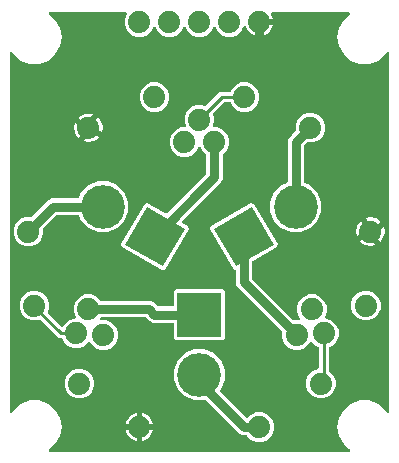
<source format=gbr>
G04 EAGLE Gerber RS-274X export*
G75*
%MOMM*%
%FSLAX34Y34*%
%LPD*%
%INTop Copper*%
%IPPOS*%
%AMOC8*
5,1,8,0,0,1.08239X$1,22.5*%
G01*
%ADD10C,3.700000*%
%ADD11R,3.700000X3.700000*%
%ADD12R,3.700000X3.700000*%
%ADD13C,1.879600*%
%ADD14C,0.762000*%
%ADD15C,0.254000*%

G36*
X126202Y-160777D02*
X126202Y-160777D01*
X126237Y-160779D01*
X126359Y-160757D01*
X126482Y-160741D01*
X126515Y-160728D01*
X126550Y-160722D01*
X126663Y-160670D01*
X126778Y-160624D01*
X126806Y-160604D01*
X126839Y-160589D01*
X126935Y-160510D01*
X127035Y-160438D01*
X127058Y-160410D01*
X127085Y-160388D01*
X127159Y-160288D01*
X127238Y-160193D01*
X127253Y-160161D01*
X127274Y-160132D01*
X127321Y-160017D01*
X127374Y-159905D01*
X127380Y-159870D01*
X127393Y-159837D01*
X127410Y-159714D01*
X127433Y-159593D01*
X127431Y-159557D01*
X127436Y-159522D01*
X127421Y-159399D01*
X127414Y-159275D01*
X127403Y-159241D01*
X127398Y-159206D01*
X127354Y-159091D01*
X127316Y-158973D01*
X127297Y-158943D01*
X127284Y-158910D01*
X127212Y-158809D01*
X127145Y-158704D01*
X127120Y-158680D01*
X127099Y-158651D01*
X126982Y-158540D01*
X122115Y-154456D01*
X118129Y-147551D01*
X116745Y-139700D01*
X118129Y-131849D01*
X122115Y-124945D01*
X128222Y-119820D01*
X135714Y-117093D01*
X143686Y-117093D01*
X151178Y-119820D01*
X157285Y-124944D01*
X158413Y-126898D01*
X158501Y-127014D01*
X158586Y-127132D01*
X158597Y-127141D01*
X158605Y-127151D01*
X158719Y-127242D01*
X158831Y-127335D01*
X158844Y-127341D01*
X158854Y-127349D01*
X158988Y-127409D01*
X159119Y-127470D01*
X159132Y-127473D01*
X159145Y-127478D01*
X159289Y-127503D01*
X159432Y-127530D01*
X159445Y-127529D01*
X159458Y-127532D01*
X159604Y-127519D01*
X159749Y-127510D01*
X159762Y-127506D01*
X159775Y-127505D01*
X159913Y-127457D01*
X160051Y-127412D01*
X160063Y-127405D01*
X160076Y-127401D01*
X160197Y-127320D01*
X160320Y-127242D01*
X160329Y-127232D01*
X160341Y-127225D01*
X160438Y-127117D01*
X160538Y-127011D01*
X160545Y-126999D01*
X160554Y-126989D01*
X160621Y-126860D01*
X160692Y-126732D01*
X160695Y-126719D01*
X160701Y-126707D01*
X160735Y-126565D01*
X160771Y-126424D01*
X160772Y-126406D01*
X160774Y-126398D01*
X160774Y-126380D01*
X160781Y-126263D01*
X160781Y177063D01*
X160763Y177208D01*
X160748Y177353D01*
X160743Y177366D01*
X160741Y177379D01*
X160688Y177514D01*
X160637Y177651D01*
X160629Y177662D01*
X160624Y177675D01*
X160539Y177792D01*
X160456Y177912D01*
X160445Y177921D01*
X160438Y177932D01*
X160326Y178025D01*
X160215Y178120D01*
X160203Y178126D01*
X160193Y178135D01*
X160061Y178197D01*
X159930Y178262D01*
X159917Y178265D01*
X159905Y178270D01*
X159763Y178298D01*
X159619Y178328D01*
X159606Y178328D01*
X159593Y178330D01*
X159448Y178321D01*
X159302Y178315D01*
X159288Y178311D01*
X159275Y178310D01*
X159137Y178266D01*
X158997Y178224D01*
X158985Y178217D01*
X158973Y178212D01*
X158850Y178135D01*
X158725Y178059D01*
X158715Y178049D01*
X158704Y178042D01*
X158604Y177936D01*
X158502Y177832D01*
X158492Y177817D01*
X158486Y177811D01*
X158478Y177796D01*
X158413Y177698D01*
X157285Y175745D01*
X151178Y170620D01*
X143686Y167893D01*
X135714Y167893D01*
X128222Y170620D01*
X122115Y175744D01*
X118129Y182649D01*
X116745Y190500D01*
X118129Y198351D01*
X122115Y205255D01*
X126982Y209340D01*
X127006Y209366D01*
X127035Y209386D01*
X127114Y209482D01*
X127199Y209573D01*
X127215Y209604D01*
X127238Y209631D01*
X127291Y209744D01*
X127350Y209853D01*
X127358Y209887D01*
X127374Y209919D01*
X127397Y210041D01*
X127427Y210161D01*
X127427Y210197D01*
X127433Y210232D01*
X127426Y210355D01*
X127425Y210479D01*
X127416Y210514D01*
X127414Y210549D01*
X127375Y210667D01*
X127344Y210787D01*
X127326Y210818D01*
X127316Y210851D01*
X127249Y210956D01*
X127189Y211065D01*
X127164Y211090D01*
X127145Y211120D01*
X127055Y211205D01*
X126970Y211295D01*
X126940Y211314D01*
X126914Y211338D01*
X126805Y211398D01*
X126700Y211464D01*
X126666Y211475D01*
X126635Y211492D01*
X126515Y211523D01*
X126397Y211560D01*
X126362Y211562D01*
X126327Y211571D01*
X126167Y211581D01*
X61959Y211581D01*
X61919Y211576D01*
X61879Y211579D01*
X61762Y211556D01*
X61643Y211541D01*
X61606Y211527D01*
X61567Y211519D01*
X61459Y211468D01*
X61348Y211424D01*
X61315Y211401D01*
X61279Y211384D01*
X61187Y211308D01*
X61090Y211238D01*
X61065Y211207D01*
X61034Y211181D01*
X60964Y211085D01*
X60887Y210993D01*
X60870Y210956D01*
X60847Y210924D01*
X60803Y210813D01*
X60752Y210705D01*
X60744Y210666D01*
X60730Y210629D01*
X60715Y210510D01*
X60692Y210393D01*
X60695Y210353D01*
X60690Y210313D01*
X60704Y210194D01*
X60712Y210075D01*
X60724Y210037D01*
X60729Y209998D01*
X60773Y209886D01*
X60810Y209773D01*
X60831Y209739D01*
X60846Y209702D01*
X60932Y209566D01*
X61011Y209457D01*
X61864Y207783D01*
X62445Y205996D01*
X62485Y205739D01*
X52070Y205739D01*
X51952Y205724D01*
X51833Y205717D01*
X51795Y205704D01*
X51755Y205699D01*
X51644Y205656D01*
X51531Y205619D01*
X51497Y205597D01*
X51459Y205582D01*
X51363Y205512D01*
X51262Y205449D01*
X51234Y205419D01*
X51202Y205395D01*
X51126Y205304D01*
X51044Y205217D01*
X51025Y205182D01*
X50999Y205151D01*
X50948Y205043D01*
X50891Y204939D01*
X50880Y204899D01*
X50863Y204863D01*
X50841Y204746D01*
X50811Y204631D01*
X50807Y204570D01*
X50803Y204550D01*
X50805Y204530D01*
X50801Y204470D01*
X50801Y203199D01*
X49530Y203199D01*
X49412Y203184D01*
X49293Y203177D01*
X49255Y203164D01*
X49214Y203159D01*
X49104Y203115D01*
X48991Y203079D01*
X48956Y203057D01*
X48919Y203042D01*
X48823Y202972D01*
X48722Y202909D01*
X48694Y202879D01*
X48661Y202855D01*
X48586Y202764D01*
X48504Y202677D01*
X48484Y202642D01*
X48459Y202610D01*
X48408Y202503D01*
X48350Y202398D01*
X48340Y202359D01*
X48323Y202323D01*
X48301Y202206D01*
X48271Y202091D01*
X48267Y202030D01*
X48263Y202010D01*
X48265Y201990D01*
X48261Y201930D01*
X48261Y191515D01*
X48004Y191555D01*
X46217Y192136D01*
X44543Y192989D01*
X43022Y194094D01*
X41694Y195422D01*
X40589Y196943D01*
X39736Y198617D01*
X39585Y199082D01*
X39572Y199109D01*
X39565Y199138D01*
X39505Y199252D01*
X39450Y199370D01*
X39431Y199393D01*
X39417Y199419D01*
X39330Y199515D01*
X39247Y199615D01*
X39223Y199632D01*
X39203Y199654D01*
X39094Y199726D01*
X38990Y199802D01*
X38962Y199813D01*
X38937Y199829D01*
X38814Y199871D01*
X38694Y199919D01*
X38664Y199923D01*
X38636Y199932D01*
X38507Y199943D01*
X38379Y199959D01*
X38349Y199955D01*
X38319Y199958D01*
X38191Y199935D01*
X38063Y199919D01*
X38035Y199908D01*
X38006Y199903D01*
X37888Y199850D01*
X37767Y199802D01*
X37743Y199785D01*
X37716Y199773D01*
X37615Y199692D01*
X37510Y199616D01*
X37491Y199593D01*
X37467Y199574D01*
X37389Y199470D01*
X37307Y199371D01*
X37294Y199344D01*
X37276Y199320D01*
X37205Y199175D01*
X35952Y196150D01*
X32450Y192648D01*
X27876Y190753D01*
X22924Y190753D01*
X18350Y192648D01*
X14848Y196150D01*
X13873Y198505D01*
X13804Y198625D01*
X13739Y198748D01*
X13725Y198763D01*
X13715Y198781D01*
X13618Y198881D01*
X13525Y198984D01*
X13508Y198995D01*
X13494Y199009D01*
X13375Y199082D01*
X13259Y199158D01*
X13240Y199165D01*
X13223Y199176D01*
X13090Y199216D01*
X12958Y199262D01*
X12938Y199263D01*
X12919Y199269D01*
X12780Y199276D01*
X12641Y199287D01*
X12621Y199283D01*
X12601Y199284D01*
X12465Y199256D01*
X12328Y199232D01*
X12309Y199224D01*
X12290Y199220D01*
X12164Y199159D01*
X12038Y199102D01*
X12022Y199089D01*
X12004Y199080D01*
X11898Y198990D01*
X11790Y198903D01*
X11777Y198887D01*
X11762Y198874D01*
X11682Y198760D01*
X11598Y198649D01*
X11586Y198624D01*
X11579Y198614D01*
X11572Y198595D01*
X11527Y198505D01*
X10552Y196150D01*
X7050Y192648D01*
X2476Y190753D01*
X-2476Y190753D01*
X-7050Y192648D01*
X-10552Y196150D01*
X-11527Y198505D01*
X-11596Y198625D01*
X-11661Y198748D01*
X-11675Y198763D01*
X-11685Y198781D01*
X-11782Y198881D01*
X-11875Y198984D01*
X-11892Y198995D01*
X-11906Y199009D01*
X-12025Y199082D01*
X-12141Y199158D01*
X-12160Y199165D01*
X-12177Y199176D01*
X-12310Y199216D01*
X-12442Y199262D01*
X-12462Y199263D01*
X-12481Y199269D01*
X-12620Y199276D01*
X-12759Y199287D01*
X-12779Y199283D01*
X-12799Y199284D01*
X-12935Y199256D01*
X-13072Y199232D01*
X-13091Y199224D01*
X-13110Y199220D01*
X-13236Y199159D01*
X-13362Y199102D01*
X-13378Y199089D01*
X-13396Y199080D01*
X-13502Y198990D01*
X-13610Y198903D01*
X-13623Y198887D01*
X-13638Y198874D01*
X-13718Y198760D01*
X-13802Y198649D01*
X-13814Y198624D01*
X-13821Y198614D01*
X-13828Y198595D01*
X-13873Y198505D01*
X-14848Y196150D01*
X-18350Y192648D01*
X-22924Y190753D01*
X-27876Y190753D01*
X-32450Y192648D01*
X-35952Y196150D01*
X-36927Y198505D01*
X-36996Y198625D01*
X-37061Y198748D01*
X-37075Y198763D01*
X-37085Y198781D01*
X-37182Y198881D01*
X-37275Y198984D01*
X-37292Y198995D01*
X-37306Y199009D01*
X-37425Y199082D01*
X-37541Y199158D01*
X-37560Y199165D01*
X-37577Y199176D01*
X-37710Y199216D01*
X-37842Y199262D01*
X-37862Y199263D01*
X-37881Y199269D01*
X-38020Y199276D01*
X-38159Y199287D01*
X-38179Y199283D01*
X-38199Y199284D01*
X-38335Y199256D01*
X-38472Y199232D01*
X-38491Y199224D01*
X-38510Y199220D01*
X-38636Y199159D01*
X-38762Y199102D01*
X-38778Y199089D01*
X-38796Y199080D01*
X-38902Y198990D01*
X-39010Y198903D01*
X-39023Y198887D01*
X-39038Y198874D01*
X-39118Y198760D01*
X-39202Y198649D01*
X-39214Y198624D01*
X-39221Y198614D01*
X-39228Y198595D01*
X-39273Y198505D01*
X-40248Y196150D01*
X-43750Y192648D01*
X-48324Y190753D01*
X-53276Y190753D01*
X-57850Y192648D01*
X-61352Y196150D01*
X-63247Y200724D01*
X-63247Y205676D01*
X-61528Y209826D01*
X-61514Y209874D01*
X-61493Y209919D01*
X-61473Y210027D01*
X-61444Y210133D01*
X-61443Y210183D01*
X-61433Y210232D01*
X-61440Y210341D01*
X-61439Y210451D01*
X-61450Y210499D01*
X-61453Y210549D01*
X-61487Y210653D01*
X-61513Y210760D01*
X-61536Y210804D01*
X-61551Y210851D01*
X-61610Y210944D01*
X-61661Y211041D01*
X-61695Y211078D01*
X-61721Y211120D01*
X-61802Y211195D01*
X-61875Y211277D01*
X-61917Y211304D01*
X-61953Y211338D01*
X-62049Y211391D01*
X-62141Y211451D01*
X-62188Y211468D01*
X-62232Y211492D01*
X-62338Y211519D01*
X-62442Y211555D01*
X-62491Y211559D01*
X-62539Y211571D01*
X-62700Y211581D01*
X-126167Y211581D01*
X-126202Y211577D01*
X-126237Y211579D01*
X-126359Y211557D01*
X-126482Y211541D01*
X-126515Y211528D01*
X-126550Y211522D01*
X-126663Y211470D01*
X-126778Y211424D01*
X-126806Y211404D01*
X-126839Y211389D01*
X-126935Y211310D01*
X-127035Y211238D01*
X-127058Y211210D01*
X-127085Y211188D01*
X-127159Y211088D01*
X-127238Y210993D01*
X-127253Y210961D01*
X-127274Y210932D01*
X-127321Y210817D01*
X-127374Y210705D01*
X-127380Y210670D01*
X-127393Y210637D01*
X-127410Y210514D01*
X-127433Y210393D01*
X-127431Y210357D01*
X-127436Y210322D01*
X-127421Y210199D01*
X-127414Y210075D01*
X-127403Y210041D01*
X-127398Y210006D01*
X-127354Y209891D01*
X-127316Y209773D01*
X-127297Y209743D01*
X-127284Y209710D01*
X-127212Y209609D01*
X-127145Y209504D01*
X-127120Y209480D01*
X-127099Y209451D01*
X-126982Y209340D01*
X-122115Y205256D01*
X-118129Y198351D01*
X-116745Y190500D01*
X-118129Y182649D01*
X-122115Y175745D01*
X-128222Y170620D01*
X-135714Y167893D01*
X-143686Y167893D01*
X-151178Y170620D01*
X-157285Y175744D01*
X-158413Y177698D01*
X-158501Y177814D01*
X-158586Y177932D01*
X-158597Y177941D01*
X-158605Y177951D01*
X-158719Y178042D01*
X-158831Y178135D01*
X-158844Y178141D01*
X-158854Y178149D01*
X-158988Y178209D01*
X-159119Y178270D01*
X-159132Y178273D01*
X-159145Y178278D01*
X-159289Y178303D01*
X-159432Y178330D01*
X-159445Y178329D01*
X-159458Y178332D01*
X-159604Y178319D01*
X-159749Y178310D01*
X-159762Y178306D01*
X-159775Y178305D01*
X-159913Y178257D01*
X-160051Y178212D01*
X-160063Y178205D01*
X-160076Y178201D01*
X-160197Y178120D01*
X-160320Y178042D01*
X-160329Y178032D01*
X-160341Y178025D01*
X-160438Y177917D01*
X-160538Y177811D01*
X-160545Y177799D01*
X-160554Y177789D01*
X-160621Y177660D01*
X-160692Y177532D01*
X-160695Y177519D01*
X-160701Y177507D01*
X-160735Y177365D01*
X-160771Y177224D01*
X-160772Y177206D01*
X-160774Y177198D01*
X-160774Y177180D01*
X-160781Y177063D01*
X-160781Y-126263D01*
X-160763Y-126408D01*
X-160748Y-126553D01*
X-160743Y-126566D01*
X-160741Y-126579D01*
X-160688Y-126714D01*
X-160637Y-126851D01*
X-160629Y-126862D01*
X-160624Y-126875D01*
X-160539Y-126992D01*
X-160456Y-127112D01*
X-160445Y-127121D01*
X-160438Y-127132D01*
X-160325Y-127225D01*
X-160215Y-127320D01*
X-160203Y-127326D01*
X-160193Y-127335D01*
X-160061Y-127397D01*
X-159930Y-127462D01*
X-159917Y-127465D01*
X-159905Y-127470D01*
X-159763Y-127498D01*
X-159619Y-127528D01*
X-159606Y-127528D01*
X-159593Y-127530D01*
X-159448Y-127521D01*
X-159302Y-127515D01*
X-159288Y-127511D01*
X-159275Y-127510D01*
X-159137Y-127466D01*
X-158997Y-127424D01*
X-158985Y-127417D01*
X-158973Y-127412D01*
X-158850Y-127335D01*
X-158725Y-127259D01*
X-158715Y-127249D01*
X-158704Y-127242D01*
X-158604Y-127136D01*
X-158502Y-127032D01*
X-158492Y-127017D01*
X-158486Y-127011D01*
X-158478Y-126996D01*
X-158413Y-126898D01*
X-157285Y-124945D01*
X-151178Y-119820D01*
X-143686Y-117093D01*
X-135714Y-117093D01*
X-128222Y-119820D01*
X-122115Y-124944D01*
X-118129Y-131849D01*
X-116745Y-139700D01*
X-118129Y-147551D01*
X-122115Y-154455D01*
X-126982Y-158540D01*
X-127006Y-158566D01*
X-127035Y-158586D01*
X-127114Y-158682D01*
X-127199Y-158773D01*
X-127215Y-158804D01*
X-127238Y-158831D01*
X-127291Y-158944D01*
X-127350Y-159053D01*
X-127358Y-159087D01*
X-127374Y-159119D01*
X-127397Y-159241D01*
X-127427Y-159361D01*
X-127427Y-159397D01*
X-127433Y-159432D01*
X-127426Y-159555D01*
X-127425Y-159679D01*
X-127416Y-159714D01*
X-127414Y-159749D01*
X-127375Y-159867D01*
X-127344Y-159987D01*
X-127326Y-160018D01*
X-127316Y-160051D01*
X-127249Y-160156D01*
X-127189Y-160265D01*
X-127164Y-160290D01*
X-127145Y-160320D01*
X-127055Y-160405D01*
X-126970Y-160495D01*
X-126940Y-160514D01*
X-126914Y-160538D01*
X-126805Y-160598D01*
X-126700Y-160664D01*
X-126666Y-160675D01*
X-126635Y-160692D01*
X-126515Y-160723D01*
X-126397Y-160760D01*
X-126362Y-160762D01*
X-126327Y-160771D01*
X-126167Y-160781D01*
X126167Y-160781D01*
X126202Y-160777D01*
G37*
%LPC*%
G36*
X-65582Y12810D02*
X-65582Y12810D01*
X-66236Y15249D01*
X-46473Y49479D01*
X-44034Y50133D01*
X-28911Y41402D01*
X-28807Y41358D01*
X-28707Y41307D01*
X-28661Y41297D01*
X-28618Y41279D01*
X-28506Y41262D01*
X-28397Y41238D01*
X-28350Y41239D01*
X-28303Y41232D01*
X-28191Y41244D01*
X-28079Y41247D01*
X-28034Y41261D01*
X-27987Y41265D01*
X-27882Y41305D01*
X-27774Y41336D01*
X-27733Y41360D01*
X-27689Y41376D01*
X-27596Y41440D01*
X-27500Y41497D01*
X-27445Y41545D01*
X-27428Y41558D01*
X-27416Y41571D01*
X-27379Y41604D01*
X5470Y74452D01*
X5530Y74530D01*
X5598Y74603D01*
X5627Y74656D01*
X5664Y74703D01*
X5704Y74794D01*
X5752Y74881D01*
X5767Y74940D01*
X5791Y74995D01*
X5806Y75093D01*
X5831Y75189D01*
X5837Y75289D01*
X5841Y75309D01*
X5839Y75322D01*
X5841Y75350D01*
X5841Y90331D01*
X5829Y90429D01*
X5826Y90528D01*
X5809Y90586D01*
X5801Y90646D01*
X5765Y90738D01*
X5737Y90833D01*
X5707Y90886D01*
X5684Y90942D01*
X5626Y91022D01*
X5576Y91107D01*
X5510Y91183D01*
X5498Y91199D01*
X5488Y91207D01*
X5470Y91228D01*
X2148Y94549D01*
X1173Y96905D01*
X1104Y97026D01*
X1039Y97148D01*
X1025Y97163D01*
X1015Y97181D01*
X918Y97281D01*
X825Y97384D01*
X808Y97395D01*
X794Y97409D01*
X675Y97482D01*
X559Y97558D01*
X540Y97565D01*
X523Y97576D01*
X390Y97617D01*
X258Y97662D01*
X238Y97663D01*
X219Y97669D01*
X79Y97676D01*
X-59Y97687D01*
X-79Y97683D01*
X-99Y97684D01*
X-236Y97656D01*
X-372Y97632D01*
X-391Y97624D01*
X-410Y97620D01*
X-535Y97559D01*
X-662Y97502D01*
X-678Y97489D01*
X-696Y97480D01*
X-801Y97390D01*
X-910Y97303D01*
X-923Y97287D01*
X-938Y97274D01*
X-1018Y97160D01*
X-1102Y97049D01*
X-1114Y97024D01*
X-1121Y97014D01*
X-1128Y96995D01*
X-1173Y96905D01*
X-2148Y94549D01*
X-5650Y91048D01*
X-10224Y89153D01*
X-15176Y89153D01*
X-19750Y91048D01*
X-23252Y94550D01*
X-25147Y99124D01*
X-25147Y104076D01*
X-23252Y108650D01*
X-19750Y112152D01*
X-15176Y114047D01*
X-12637Y114047D01*
X-12587Y114053D01*
X-12538Y114051D01*
X-12430Y114073D01*
X-12321Y114087D01*
X-12275Y114105D01*
X-12226Y114115D01*
X-12128Y114163D01*
X-12025Y114204D01*
X-11985Y114233D01*
X-11941Y114255D01*
X-11857Y114326D01*
X-11768Y114390D01*
X-11736Y114429D01*
X-11699Y114461D01*
X-11635Y114551D01*
X-11565Y114635D01*
X-11544Y114680D01*
X-11515Y114721D01*
X-11477Y114824D01*
X-11430Y114923D01*
X-11420Y114972D01*
X-11403Y115018D01*
X-11391Y115128D01*
X-11370Y115235D01*
X-11373Y115285D01*
X-11368Y115334D01*
X-11383Y115443D01*
X-11390Y115553D01*
X-11405Y115600D01*
X-11412Y115649D01*
X-11464Y115802D01*
X-12447Y118174D01*
X-12447Y123126D01*
X-10552Y127700D01*
X-7050Y131202D01*
X-2476Y133097D01*
X2476Y133097D01*
X4424Y132290D01*
X4453Y132282D01*
X4479Y132269D01*
X4605Y132240D01*
X4731Y132206D01*
X4760Y132205D01*
X4789Y132199D01*
X4919Y132203D01*
X5049Y132201D01*
X5077Y132208D01*
X5107Y132209D01*
X5232Y132245D01*
X5358Y132275D01*
X5384Y132289D01*
X5412Y132297D01*
X5524Y132363D01*
X5639Y132424D01*
X5661Y132444D01*
X5686Y132458D01*
X5807Y132565D01*
X17261Y144019D01*
X25569Y144019D01*
X25598Y144022D01*
X25627Y144020D01*
X25755Y144042D01*
X25884Y144059D01*
X25911Y144069D01*
X25941Y144074D01*
X26059Y144128D01*
X26180Y144176D01*
X26204Y144193D01*
X26231Y144205D01*
X26332Y144286D01*
X26437Y144362D01*
X26456Y144385D01*
X26479Y144404D01*
X26557Y144507D01*
X26640Y144607D01*
X26653Y144634D01*
X26670Y144658D01*
X26741Y144802D01*
X27548Y146750D01*
X31050Y150252D01*
X35624Y152147D01*
X40576Y152147D01*
X45150Y150252D01*
X48652Y146750D01*
X50547Y142176D01*
X50547Y137224D01*
X48652Y132650D01*
X45150Y129148D01*
X40576Y127253D01*
X35624Y127253D01*
X31050Y129148D01*
X27548Y132650D01*
X26741Y134598D01*
X26727Y134623D01*
X26717Y134651D01*
X26648Y134761D01*
X26584Y134874D01*
X26563Y134895D01*
X26547Y134920D01*
X26453Y135009D01*
X26362Y135102D01*
X26337Y135118D01*
X26316Y135138D01*
X26202Y135201D01*
X26091Y135269D01*
X26063Y135277D01*
X26037Y135292D01*
X25911Y135324D01*
X25787Y135362D01*
X25758Y135364D01*
X25729Y135371D01*
X25569Y135381D01*
X21365Y135381D01*
X21266Y135369D01*
X21167Y135366D01*
X21109Y135349D01*
X21049Y135341D01*
X20957Y135305D01*
X20862Y135277D01*
X20810Y135247D01*
X20753Y135224D01*
X20673Y135166D01*
X20588Y135116D01*
X20513Y135050D01*
X20496Y135038D01*
X20488Y135028D01*
X20467Y135010D01*
X11915Y126457D01*
X11897Y126434D01*
X11874Y126415D01*
X11800Y126309D01*
X11720Y126206D01*
X11708Y126179D01*
X11691Y126155D01*
X11645Y126033D01*
X11594Y125914D01*
X11589Y125885D01*
X11578Y125857D01*
X11564Y125728D01*
X11544Y125600D01*
X11547Y125571D01*
X11543Y125541D01*
X11561Y125413D01*
X11574Y125283D01*
X11584Y125256D01*
X11588Y125226D01*
X11640Y125074D01*
X12447Y123126D01*
X12447Y118174D01*
X11464Y115802D01*
X11451Y115754D01*
X11430Y115709D01*
X11409Y115601D01*
X11380Y115495D01*
X11379Y115445D01*
X11370Y115396D01*
X11377Y115287D01*
X11375Y115177D01*
X11387Y115129D01*
X11390Y115079D01*
X11424Y114975D01*
X11449Y114868D01*
X11472Y114824D01*
X11488Y114777D01*
X11547Y114684D01*
X11598Y114587D01*
X11631Y114550D01*
X11658Y114508D01*
X11738Y114433D01*
X11812Y114351D01*
X11853Y114324D01*
X11890Y114290D01*
X11986Y114237D01*
X12078Y114177D01*
X12125Y114160D01*
X12168Y114136D01*
X12274Y114109D01*
X12378Y114073D01*
X12428Y114069D01*
X12476Y114057D01*
X12637Y114047D01*
X15176Y114047D01*
X19750Y112152D01*
X23252Y108650D01*
X25147Y104076D01*
X25147Y99124D01*
X23252Y94550D01*
X19930Y91228D01*
X19870Y91150D01*
X19802Y91078D01*
X19773Y91025D01*
X19736Y90977D01*
X19696Y90886D01*
X19648Y90799D01*
X19633Y90741D01*
X19609Y90685D01*
X19594Y90587D01*
X19569Y90491D01*
X19563Y90391D01*
X19559Y90371D01*
X19561Y90359D01*
X19559Y90331D01*
X19559Y70619D01*
X18515Y68098D01*
X-14599Y34984D01*
X-14676Y34885D01*
X-14758Y34790D01*
X-14773Y34759D01*
X-14794Y34733D01*
X-14844Y34617D01*
X-14900Y34505D01*
X-14907Y34472D01*
X-14920Y34441D01*
X-14940Y34317D01*
X-14966Y34194D01*
X-14965Y34160D01*
X-14970Y34127D01*
X-14959Y34002D01*
X-14953Y33876D01*
X-14944Y33844D01*
X-14940Y33810D01*
X-14898Y33692D01*
X-14862Y33572D01*
X-14844Y33543D01*
X-14833Y33511D01*
X-14762Y33407D01*
X-14697Y33299D01*
X-14673Y33276D01*
X-14654Y33248D01*
X-14560Y33165D01*
X-14470Y33077D01*
X-14430Y33049D01*
X-14416Y33037D01*
X-14397Y33028D01*
X-14336Y32987D01*
X-9803Y30370D01*
X-9150Y27931D01*
X-28913Y-6299D01*
X-31352Y-6953D01*
X-65582Y12810D01*
G37*
%LPD*%
%LPC*%
G36*
X100394Y-115292D02*
X100394Y-115292D01*
X95819Y-113397D01*
X92318Y-109896D01*
X90423Y-105321D01*
X90423Y-100370D01*
X92318Y-95795D01*
X95819Y-92294D01*
X100295Y-90440D01*
X100321Y-90425D01*
X100349Y-90416D01*
X100458Y-90347D01*
X100571Y-90282D01*
X100592Y-90262D01*
X100617Y-90246D01*
X100706Y-90152D01*
X100800Y-90061D01*
X100815Y-90036D01*
X100835Y-90014D01*
X100898Y-89901D01*
X100966Y-89790D01*
X100975Y-89762D01*
X100989Y-89736D01*
X101021Y-89610D01*
X101059Y-89486D01*
X101061Y-89457D01*
X101068Y-89428D01*
X101078Y-89267D01*
X101079Y-72856D01*
X101075Y-72827D01*
X101077Y-72798D01*
X101055Y-72669D01*
X101039Y-72541D01*
X101028Y-72513D01*
X101023Y-72484D01*
X100970Y-72366D01*
X100922Y-72245D01*
X100905Y-72221D01*
X100892Y-72194D01*
X100812Y-72093D01*
X100735Y-71988D01*
X100712Y-71969D01*
X100694Y-71946D01*
X100590Y-71868D01*
X100490Y-71785D01*
X100463Y-71772D01*
X100440Y-71755D01*
X100295Y-71684D01*
X98347Y-70877D01*
X95387Y-67917D01*
X95348Y-67887D01*
X95315Y-67850D01*
X95223Y-67789D01*
X95136Y-67722D01*
X95090Y-67702D01*
X95049Y-67675D01*
X94945Y-67639D01*
X94844Y-67596D01*
X94795Y-67588D01*
X94748Y-67572D01*
X94639Y-67563D01*
X94530Y-67546D01*
X94481Y-67551D01*
X94431Y-67547D01*
X94323Y-67565D01*
X94214Y-67576D01*
X94167Y-67592D01*
X94118Y-67601D01*
X94018Y-67646D01*
X93914Y-67683D01*
X93873Y-67711D01*
X93828Y-67732D01*
X93742Y-67800D01*
X93651Y-67862D01*
X93618Y-67899D01*
X93579Y-67930D01*
X93513Y-68018D01*
X93441Y-68100D01*
X93418Y-68145D01*
X93388Y-68184D01*
X93317Y-68329D01*
X93102Y-68849D01*
X89600Y-72350D01*
X85026Y-74245D01*
X80074Y-74245D01*
X75500Y-72350D01*
X71998Y-68849D01*
X70103Y-64274D01*
X70103Y-59577D01*
X70091Y-59479D01*
X70088Y-59380D01*
X70071Y-59322D01*
X70063Y-59262D01*
X70027Y-59170D01*
X69999Y-59075D01*
X69969Y-59022D01*
X69946Y-58966D01*
X69888Y-58886D01*
X69838Y-58801D01*
X69772Y-58725D01*
X69760Y-58709D01*
X69750Y-58701D01*
X69732Y-58680D01*
X31878Y-20827D01*
X30834Y-18306D01*
X30834Y-7788D01*
X30820Y-7677D01*
X30814Y-7565D01*
X30800Y-7520D01*
X30794Y-7473D01*
X30753Y-7368D01*
X30719Y-7261D01*
X30695Y-7221D01*
X30677Y-7177D01*
X30611Y-7086D01*
X30552Y-6991D01*
X30518Y-6958D01*
X30490Y-6920D01*
X30404Y-6848D01*
X30323Y-6770D01*
X30282Y-6747D01*
X30246Y-6717D01*
X30144Y-6669D01*
X30046Y-6614D01*
X29977Y-6591D01*
X29958Y-6581D01*
X29940Y-6578D01*
X29893Y-6562D01*
X28913Y-6299D01*
X9150Y27931D01*
X9803Y30370D01*
X44034Y50133D01*
X46473Y49479D01*
X66236Y15249D01*
X65582Y12810D01*
X45186Y1034D01*
X45102Y970D01*
X45013Y914D01*
X44976Y874D01*
X44933Y842D01*
X44867Y759D01*
X44795Y682D01*
X44769Y635D01*
X44735Y593D01*
X44692Y496D01*
X44641Y403D01*
X44628Y351D01*
X44606Y302D01*
X44588Y198D01*
X44562Y95D01*
X44556Y10D01*
X44553Y-12D01*
X44554Y-27D01*
X44552Y-65D01*
X44552Y-13575D01*
X44564Y-13673D01*
X44567Y-13772D01*
X44584Y-13830D01*
X44592Y-13890D01*
X44628Y-13982D01*
X44655Y-14077D01*
X44686Y-14130D01*
X44709Y-14186D01*
X44767Y-14266D01*
X44817Y-14351D01*
X44883Y-14427D01*
X44895Y-14443D01*
X44905Y-14451D01*
X44923Y-14472D01*
X79431Y-48980D01*
X79510Y-49041D01*
X79582Y-49109D01*
X79635Y-49138D01*
X79683Y-49175D01*
X79773Y-49214D01*
X79860Y-49262D01*
X79919Y-49277D01*
X79974Y-49301D01*
X80072Y-49317D01*
X80168Y-49342D01*
X80268Y-49348D01*
X80288Y-49351D01*
X80301Y-49350D01*
X80329Y-49352D01*
X84134Y-49352D01*
X84272Y-49334D01*
X84410Y-49321D01*
X84429Y-49314D01*
X84449Y-49312D01*
X84579Y-49261D01*
X84709Y-49214D01*
X84726Y-49202D01*
X84745Y-49195D01*
X84858Y-49113D01*
X84973Y-49035D01*
X84986Y-49020D01*
X85002Y-49008D01*
X85091Y-48900D01*
X85183Y-48797D01*
X85192Y-48779D01*
X85205Y-48763D01*
X85264Y-48637D01*
X85328Y-48513D01*
X85332Y-48494D01*
X85341Y-48475D01*
X85367Y-48340D01*
X85397Y-48203D01*
X85397Y-48183D01*
X85400Y-48163D01*
X85392Y-48024D01*
X85388Y-47885D01*
X85382Y-47866D01*
X85381Y-47846D01*
X85338Y-47713D01*
X85299Y-47580D01*
X85289Y-47562D01*
X85283Y-47543D01*
X85208Y-47426D01*
X85138Y-47306D01*
X85119Y-47285D01*
X85112Y-47274D01*
X85098Y-47260D01*
X85031Y-47185D01*
X84698Y-46852D01*
X82803Y-42277D01*
X82803Y-37326D01*
X84698Y-32751D01*
X88200Y-29250D01*
X92774Y-27355D01*
X97726Y-27355D01*
X102300Y-29250D01*
X105802Y-32751D01*
X107697Y-37326D01*
X107697Y-42277D01*
X106104Y-46123D01*
X106095Y-46154D01*
X106094Y-46156D01*
X106093Y-46161D01*
X106091Y-46171D01*
X106069Y-46216D01*
X106049Y-46324D01*
X106020Y-46430D01*
X106019Y-46480D01*
X106010Y-46529D01*
X106016Y-46638D01*
X106015Y-46748D01*
X106026Y-46796D01*
X106029Y-46846D01*
X106063Y-46950D01*
X106089Y-47057D01*
X106112Y-47101D01*
X106127Y-47148D01*
X106186Y-47241D01*
X106238Y-47338D01*
X106271Y-47375D01*
X106298Y-47417D01*
X106378Y-47492D01*
X106451Y-47574D01*
X106493Y-47601D01*
X106529Y-47635D01*
X106625Y-47688D01*
X106717Y-47748D01*
X106764Y-47765D01*
X106808Y-47789D01*
X106914Y-47816D01*
X107018Y-47852D01*
X107068Y-47856D01*
X107116Y-47868D01*
X107276Y-47878D01*
X107874Y-47878D01*
X112448Y-49773D01*
X115950Y-53275D01*
X117845Y-57849D01*
X117845Y-62801D01*
X115950Y-67375D01*
X112448Y-70877D01*
X110500Y-71684D01*
X110474Y-71699D01*
X110446Y-71708D01*
X110337Y-71777D01*
X110224Y-71841D01*
X110202Y-71862D01*
X110177Y-71878D01*
X110089Y-71972D01*
X109995Y-72063D01*
X109980Y-72088D01*
X109959Y-72109D01*
X109897Y-72223D01*
X109829Y-72334D01*
X109820Y-72362D01*
X109806Y-72388D01*
X109773Y-72514D01*
X109735Y-72638D01*
X109734Y-72667D01*
X109726Y-72696D01*
X109716Y-72857D01*
X109716Y-91563D01*
X109728Y-91662D01*
X109731Y-91761D01*
X109748Y-91819D01*
X109756Y-91879D01*
X109792Y-91971D01*
X109820Y-92066D01*
X109850Y-92118D01*
X109873Y-92175D01*
X109931Y-92255D01*
X109981Y-92340D01*
X110048Y-92415D01*
X110060Y-92432D01*
X110069Y-92440D01*
X110088Y-92461D01*
X113422Y-95795D01*
X115317Y-100370D01*
X115317Y-105321D01*
X113422Y-109896D01*
X109920Y-113397D01*
X105346Y-115292D01*
X100394Y-115292D01*
G37*
%LPD*%
%LPC*%
G36*
X-83756Y-74245D02*
X-83756Y-74245D01*
X-88330Y-72350D01*
X-91832Y-68849D01*
X-92047Y-68329D01*
X-92072Y-68286D01*
X-92089Y-68239D01*
X-92150Y-68148D01*
X-92205Y-68053D01*
X-92239Y-68017D01*
X-92267Y-67976D01*
X-92350Y-67903D01*
X-92426Y-67824D01*
X-92468Y-67798D01*
X-92506Y-67765D01*
X-92604Y-67715D01*
X-92697Y-67658D01*
X-92745Y-67643D01*
X-92789Y-67621D01*
X-92896Y-67597D01*
X-93001Y-67564D01*
X-93051Y-67562D01*
X-93099Y-67551D01*
X-93209Y-67554D01*
X-93319Y-67549D01*
X-93368Y-67559D01*
X-93417Y-67561D01*
X-93523Y-67591D01*
X-93630Y-67613D01*
X-93675Y-67635D01*
X-93723Y-67649D01*
X-93817Y-67705D01*
X-93916Y-67753D01*
X-93954Y-67785D01*
X-93997Y-67811D01*
X-94117Y-67917D01*
X-97077Y-70877D01*
X-101652Y-72772D01*
X-106604Y-72772D01*
X-111178Y-70877D01*
X-114680Y-67375D01*
X-115487Y-65427D01*
X-115501Y-65402D01*
X-115510Y-65374D01*
X-115580Y-65264D01*
X-115644Y-65151D01*
X-115665Y-65130D01*
X-115680Y-65105D01*
X-115775Y-65016D01*
X-115865Y-64923D01*
X-115891Y-64907D01*
X-115912Y-64887D01*
X-116026Y-64824D01*
X-116137Y-64756D01*
X-116165Y-64748D01*
X-116191Y-64733D01*
X-116316Y-64701D01*
X-116440Y-64663D01*
X-116470Y-64661D01*
X-116499Y-64654D01*
X-116659Y-64644D01*
X-119264Y-64644D01*
X-134773Y-49134D01*
X-134797Y-49116D01*
X-134816Y-49094D01*
X-134922Y-49019D01*
X-135025Y-48939D01*
X-135052Y-48927D01*
X-135076Y-48910D01*
X-135197Y-48864D01*
X-135317Y-48813D01*
X-135346Y-48808D01*
X-135373Y-48798D01*
X-135502Y-48783D01*
X-135631Y-48763D01*
X-135660Y-48766D01*
X-135689Y-48762D01*
X-135818Y-48781D01*
X-135947Y-48793D01*
X-135975Y-48803D01*
X-136004Y-48807D01*
X-136157Y-48859D01*
X-137224Y-49301D01*
X-142176Y-49301D01*
X-146750Y-47406D01*
X-150252Y-43905D01*
X-152147Y-39330D01*
X-152147Y-34379D01*
X-150252Y-29804D01*
X-146750Y-26303D01*
X-142176Y-24408D01*
X-137224Y-24408D01*
X-132650Y-26303D01*
X-129148Y-29804D01*
X-127253Y-34379D01*
X-127253Y-39330D01*
X-128425Y-42159D01*
X-128433Y-42188D01*
X-128446Y-42214D01*
X-128475Y-42341D01*
X-128509Y-42466D01*
X-128509Y-42495D01*
X-128516Y-42524D01*
X-128512Y-42654D01*
X-128514Y-42784D01*
X-128507Y-42813D01*
X-128506Y-42842D01*
X-128470Y-42967D01*
X-128440Y-43093D01*
X-128426Y-43119D01*
X-128418Y-43148D01*
X-128352Y-43259D01*
X-128291Y-43374D01*
X-128271Y-43396D01*
X-128256Y-43422D01*
X-128150Y-43542D01*
X-117118Y-54575D01*
X-117078Y-54605D01*
X-117045Y-54642D01*
X-116953Y-54702D01*
X-116866Y-54770D01*
X-116821Y-54789D01*
X-116779Y-54817D01*
X-116676Y-54852D01*
X-116575Y-54896D01*
X-116526Y-54904D01*
X-116479Y-54920D01*
X-116369Y-54929D01*
X-116261Y-54946D01*
X-116211Y-54941D01*
X-116162Y-54945D01*
X-116054Y-54926D01*
X-115944Y-54916D01*
X-115897Y-54899D01*
X-115848Y-54891D01*
X-115748Y-54846D01*
X-115645Y-54808D01*
X-115603Y-54780D01*
X-115558Y-54760D01*
X-115472Y-54692D01*
X-115381Y-54630D01*
X-115349Y-54593D01*
X-115310Y-54562D01*
X-115244Y-54474D01*
X-115171Y-54391D01*
X-115148Y-54347D01*
X-115119Y-54307D01*
X-115048Y-54163D01*
X-114680Y-53275D01*
X-111178Y-49773D01*
X-106604Y-47878D01*
X-106006Y-47878D01*
X-105957Y-47872D01*
X-105907Y-47874D01*
X-105800Y-47852D01*
X-105691Y-47838D01*
X-105644Y-47820D01*
X-105596Y-47810D01*
X-105497Y-47762D01*
X-105395Y-47721D01*
X-105355Y-47692D01*
X-105310Y-47670D01*
X-105227Y-47599D01*
X-105138Y-47535D01*
X-105106Y-47496D01*
X-105068Y-47464D01*
X-105005Y-47374D01*
X-104935Y-47290D01*
X-104914Y-47245D01*
X-104885Y-47204D01*
X-104846Y-47101D01*
X-104799Y-47002D01*
X-104790Y-46953D01*
X-104772Y-46907D01*
X-104760Y-46797D01*
X-104740Y-46690D01*
X-104743Y-46640D01*
X-104737Y-46591D01*
X-104753Y-46482D01*
X-104759Y-46372D01*
X-104775Y-46325D01*
X-104782Y-46276D01*
X-104834Y-46123D01*
X-106427Y-42277D01*
X-106427Y-37326D01*
X-104532Y-32751D01*
X-101030Y-29250D01*
X-96456Y-27355D01*
X-91504Y-27355D01*
X-86930Y-29250D01*
X-83608Y-32571D01*
X-83530Y-32632D01*
X-83458Y-32700D01*
X-83405Y-32729D01*
X-83357Y-32766D01*
X-83266Y-32805D01*
X-83179Y-32853D01*
X-83121Y-32868D01*
X-83065Y-32892D01*
X-82967Y-32908D01*
X-82871Y-32933D01*
X-82771Y-32939D01*
X-82751Y-32942D01*
X-82739Y-32941D01*
X-82711Y-32943D01*
X-41384Y-32943D01*
X-38863Y-33987D01*
X-35631Y-37220D01*
X-35552Y-37280D01*
X-35480Y-37348D01*
X-35427Y-37377D01*
X-35379Y-37414D01*
X-35289Y-37454D01*
X-35202Y-37502D01*
X-35143Y-37517D01*
X-35088Y-37541D01*
X-34990Y-37556D01*
X-34894Y-37581D01*
X-34794Y-37587D01*
X-34774Y-37591D01*
X-34761Y-37589D01*
X-34733Y-37591D01*
X-22818Y-37591D01*
X-22700Y-37576D01*
X-22581Y-37569D01*
X-22543Y-37556D01*
X-22502Y-37551D01*
X-22392Y-37508D01*
X-22279Y-37471D01*
X-22244Y-37449D01*
X-22207Y-37434D01*
X-22111Y-37365D01*
X-22010Y-37301D01*
X-21982Y-37271D01*
X-21949Y-37248D01*
X-21873Y-37156D01*
X-21792Y-37069D01*
X-21772Y-37034D01*
X-21747Y-37003D01*
X-21696Y-36895D01*
X-21638Y-36791D01*
X-21628Y-36751D01*
X-21611Y-36715D01*
X-21589Y-36598D01*
X-21559Y-36483D01*
X-21555Y-36423D01*
X-21551Y-36403D01*
X-21553Y-36382D01*
X-21549Y-36322D01*
X-21549Y-24687D01*
X-19763Y-22901D01*
X19763Y-22901D01*
X21549Y-24687D01*
X21549Y-64213D01*
X19763Y-65999D01*
X-19763Y-65999D01*
X-21549Y-64213D01*
X-21549Y-52578D01*
X-21564Y-52460D01*
X-21571Y-52341D01*
X-21584Y-52303D01*
X-21589Y-52262D01*
X-21632Y-52152D01*
X-21669Y-52039D01*
X-21691Y-52004D01*
X-21706Y-51967D01*
X-21775Y-51871D01*
X-21839Y-51770D01*
X-21869Y-51742D01*
X-21892Y-51709D01*
X-21984Y-51633D01*
X-22071Y-51552D01*
X-22106Y-51532D01*
X-22137Y-51507D01*
X-22245Y-51456D01*
X-22349Y-51398D01*
X-22389Y-51388D01*
X-22425Y-51371D01*
X-22542Y-51349D01*
X-22657Y-51319D01*
X-22717Y-51315D01*
X-22737Y-51311D01*
X-22758Y-51313D01*
X-22818Y-51309D01*
X-39464Y-51309D01*
X-41985Y-50265D01*
X-45218Y-47032D01*
X-45296Y-46971D01*
X-45368Y-46903D01*
X-45421Y-46874D01*
X-45469Y-46837D01*
X-45560Y-46798D01*
X-45647Y-46750D01*
X-45705Y-46735D01*
X-45761Y-46711D01*
X-45859Y-46695D01*
X-45955Y-46670D01*
X-46055Y-46664D01*
X-46075Y-46661D01*
X-46087Y-46662D01*
X-46115Y-46660D01*
X-82711Y-46660D01*
X-82809Y-46673D01*
X-82908Y-46676D01*
X-82966Y-46692D01*
X-83026Y-46700D01*
X-83118Y-46736D01*
X-83213Y-46764D01*
X-83266Y-46795D01*
X-83322Y-46817D01*
X-83402Y-46875D01*
X-83487Y-46926D01*
X-83563Y-46992D01*
X-83579Y-47004D01*
X-83587Y-47013D01*
X-83608Y-47032D01*
X-83761Y-47185D01*
X-83846Y-47295D01*
X-83935Y-47402D01*
X-83944Y-47420D01*
X-83956Y-47436D01*
X-84012Y-47564D01*
X-84071Y-47690D01*
X-84074Y-47709D01*
X-84083Y-47728D01*
X-84104Y-47866D01*
X-84130Y-48002D01*
X-84129Y-48022D01*
X-84132Y-48042D01*
X-84119Y-48181D01*
X-84111Y-48319D01*
X-84104Y-48339D01*
X-84103Y-48359D01*
X-84055Y-48490D01*
X-84013Y-48622D01*
X-84002Y-48639D01*
X-83995Y-48658D01*
X-83917Y-48773D01*
X-83842Y-48891D01*
X-83828Y-48905D01*
X-83816Y-48921D01*
X-83712Y-49013D01*
X-83611Y-49109D01*
X-83593Y-49118D01*
X-83578Y-49132D01*
X-83454Y-49195D01*
X-83332Y-49262D01*
X-83313Y-49267D01*
X-83295Y-49276D01*
X-83159Y-49307D01*
X-83024Y-49342D01*
X-82996Y-49343D01*
X-82984Y-49346D01*
X-82964Y-49345D01*
X-82864Y-49352D01*
X-78804Y-49352D01*
X-74230Y-51247D01*
X-70728Y-54748D01*
X-68833Y-59323D01*
X-68833Y-64274D01*
X-70728Y-68849D01*
X-74230Y-72350D01*
X-78804Y-74245D01*
X-83756Y-74245D01*
G37*
%LPD*%
%LPC*%
G36*
X77401Y25441D02*
X77401Y25441D01*
X69481Y28722D01*
X63419Y34784D01*
X60138Y42704D01*
X60138Y51276D01*
X63419Y59196D01*
X69481Y65258D01*
X74045Y67149D01*
X74070Y67163D01*
X74098Y67172D01*
X74208Y67242D01*
X74321Y67306D01*
X74342Y67327D01*
X74367Y67343D01*
X74456Y67437D01*
X74549Y67527D01*
X74565Y67553D01*
X74585Y67574D01*
X74648Y67688D01*
X74716Y67799D01*
X74724Y67827D01*
X74739Y67853D01*
X74771Y67978D01*
X74809Y68103D01*
X74811Y68132D01*
X74818Y68161D01*
X74828Y68321D01*
X74828Y99934D01*
X74828Y102915D01*
X75872Y105436D01*
X77980Y107544D01*
X81162Y110725D01*
X81222Y110804D01*
X81290Y110876D01*
X81319Y110929D01*
X81356Y110977D01*
X81396Y111067D01*
X81444Y111154D01*
X81459Y111213D01*
X81483Y111268D01*
X81498Y111366D01*
X81523Y111462D01*
X81529Y111562D01*
X81533Y111582D01*
X81531Y111595D01*
X81533Y111623D01*
X81533Y116320D01*
X83428Y120895D01*
X86930Y124396D01*
X91504Y126291D01*
X96456Y126291D01*
X101030Y124396D01*
X104532Y120895D01*
X106427Y116320D01*
X106427Y111368D01*
X104532Y106794D01*
X101030Y103292D01*
X96456Y101397D01*
X91759Y101397D01*
X91661Y101385D01*
X91562Y101382D01*
X91503Y101365D01*
X91443Y101357D01*
X91351Y101321D01*
X91256Y101294D01*
X91204Y101263D01*
X91148Y101240D01*
X91068Y101182D01*
X90982Y101132D01*
X90907Y101066D01*
X90890Y101054D01*
X90882Y101044D01*
X90861Y101026D01*
X88917Y99082D01*
X88857Y99004D01*
X88789Y98931D01*
X88760Y98878D01*
X88723Y98831D01*
X88683Y98740D01*
X88635Y98653D01*
X88620Y98594D01*
X88596Y98539D01*
X88581Y98441D01*
X88556Y98345D01*
X88550Y98245D01*
X88546Y98225D01*
X88548Y98212D01*
X88546Y98184D01*
X88546Y68321D01*
X88549Y68292D01*
X88547Y68263D01*
X88569Y68134D01*
X88586Y68006D01*
X88596Y67978D01*
X88601Y67949D01*
X88655Y67831D01*
X88703Y67710D01*
X88720Y67686D01*
X88732Y67659D01*
X88813Y67558D01*
X88889Y67453D01*
X88912Y67434D01*
X88931Y67411D01*
X89034Y67333D01*
X89134Y67250D01*
X89161Y67237D01*
X89185Y67220D01*
X89329Y67149D01*
X93893Y65258D01*
X99955Y59196D01*
X103236Y51276D01*
X103236Y42704D01*
X99955Y34784D01*
X93893Y28722D01*
X85973Y25441D01*
X77401Y25441D01*
G37*
%LPD*%
%LPC*%
G36*
X-147256Y13409D02*
X-147256Y13409D01*
X-151830Y15304D01*
X-155332Y18805D01*
X-157227Y23380D01*
X-157227Y28332D01*
X-155332Y32906D01*
X-151830Y36408D01*
X-147256Y38303D01*
X-142558Y38303D01*
X-142460Y38315D01*
X-142361Y38318D01*
X-142303Y38335D01*
X-142243Y38342D01*
X-142151Y38379D01*
X-142056Y38406D01*
X-142003Y38437D01*
X-141947Y38460D01*
X-141867Y38518D01*
X-141782Y38568D01*
X-141706Y38634D01*
X-141690Y38646D01*
X-141682Y38656D01*
X-141661Y38674D01*
X-128760Y51575D01*
X-127530Y52805D01*
X-126358Y53290D01*
X-125009Y53849D01*
X-123627Y53849D01*
X-103018Y53849D01*
X-102989Y53852D01*
X-102960Y53850D01*
X-102831Y53872D01*
X-102703Y53889D01*
X-102675Y53899D01*
X-102646Y53904D01*
X-102528Y53958D01*
X-102407Y54006D01*
X-102383Y54023D01*
X-102356Y54035D01*
X-102255Y54116D01*
X-102150Y54192D01*
X-102131Y54215D01*
X-102108Y54234D01*
X-102030Y54337D01*
X-101947Y54437D01*
X-101934Y54464D01*
X-101917Y54488D01*
X-101846Y54632D01*
X-99955Y59196D01*
X-93893Y65258D01*
X-85973Y68539D01*
X-77401Y68539D01*
X-69481Y65258D01*
X-63419Y59196D01*
X-60138Y51276D01*
X-60138Y42704D01*
X-63419Y34784D01*
X-69481Y28722D01*
X-77401Y25441D01*
X-85973Y25441D01*
X-93893Y28722D01*
X-99955Y34784D01*
X-101846Y39348D01*
X-101860Y39373D01*
X-101869Y39401D01*
X-101939Y39511D01*
X-102003Y39624D01*
X-102024Y39645D01*
X-102040Y39670D01*
X-102134Y39759D01*
X-102224Y39852D01*
X-102250Y39868D01*
X-102271Y39888D01*
X-102385Y39951D01*
X-102496Y40019D01*
X-102524Y40027D01*
X-102550Y40042D01*
X-102675Y40074D01*
X-102800Y40112D01*
X-102829Y40114D01*
X-102858Y40121D01*
X-103018Y40131D01*
X-120278Y40131D01*
X-120377Y40119D01*
X-120476Y40116D01*
X-120534Y40099D01*
X-120594Y40091D01*
X-120686Y40055D01*
X-120781Y40027D01*
X-120833Y39997D01*
X-120890Y39974D01*
X-120970Y39916D01*
X-121055Y39866D01*
X-121130Y39800D01*
X-121147Y39788D01*
X-121155Y39778D01*
X-121176Y39760D01*
X-131961Y28974D01*
X-132022Y28896D01*
X-132090Y28824D01*
X-132119Y28771D01*
X-132156Y28723D01*
X-132196Y28632D01*
X-132244Y28545D01*
X-132259Y28487D01*
X-132283Y28431D01*
X-132298Y28333D01*
X-132323Y28238D01*
X-132329Y28138D01*
X-132333Y28117D01*
X-132331Y28105D01*
X-132333Y28077D01*
X-132333Y23380D01*
X-134228Y18805D01*
X-137730Y15304D01*
X-142304Y13409D01*
X-147256Y13409D01*
G37*
%LPD*%
%LPC*%
G36*
X48324Y-152147D02*
X48324Y-152147D01*
X43750Y-150252D01*
X40428Y-146930D01*
X40350Y-146870D01*
X40278Y-146802D01*
X40225Y-146773D01*
X40177Y-146736D01*
X40086Y-146696D01*
X39999Y-146648D01*
X39941Y-146633D01*
X39885Y-146609D01*
X39787Y-146594D01*
X39691Y-146569D01*
X39591Y-146563D01*
X39571Y-146559D01*
X39559Y-146561D01*
X39531Y-146559D01*
X36736Y-146559D01*
X34215Y-145515D01*
X32107Y-143407D01*
X5744Y-117043D01*
X5720Y-117025D01*
X5701Y-117003D01*
X5595Y-116928D01*
X5492Y-116848D01*
X5465Y-116836D01*
X5441Y-116820D01*
X5320Y-116774D01*
X5200Y-116722D01*
X5171Y-116717D01*
X5144Y-116707D01*
X5015Y-116692D01*
X4886Y-116672D01*
X4857Y-116675D01*
X4827Y-116672D01*
X4699Y-116690D01*
X4570Y-116702D01*
X4542Y-116712D01*
X4513Y-116716D01*
X4360Y-116768D01*
X4286Y-116799D01*
X-4286Y-116799D01*
X-12206Y-113518D01*
X-18268Y-107456D01*
X-21549Y-99536D01*
X-21549Y-90964D01*
X-18268Y-83044D01*
X-12206Y-76982D01*
X-4286Y-73701D01*
X4286Y-73701D01*
X12206Y-76982D01*
X18268Y-83044D01*
X21549Y-90964D01*
X21549Y-99536D01*
X18268Y-107456D01*
X17810Y-107915D01*
X17737Y-108009D01*
X17658Y-108098D01*
X17639Y-108134D01*
X17615Y-108166D01*
X17567Y-108276D01*
X17513Y-108381D01*
X17504Y-108421D01*
X17488Y-108458D01*
X17470Y-108576D01*
X17444Y-108692D01*
X17445Y-108732D01*
X17438Y-108772D01*
X17450Y-108891D01*
X17453Y-109010D01*
X17464Y-109048D01*
X17468Y-109089D01*
X17509Y-109201D01*
X17542Y-109315D01*
X17562Y-109350D01*
X17576Y-109388D01*
X17643Y-109486D01*
X17703Y-109589D01*
X17743Y-109634D01*
X17754Y-109651D01*
X17770Y-109665D01*
X17810Y-109710D01*
X39601Y-131501D01*
X39695Y-131575D01*
X39785Y-131653D01*
X39820Y-131672D01*
X39852Y-131696D01*
X39962Y-131744D01*
X40068Y-131798D01*
X40107Y-131807D01*
X40144Y-131823D01*
X40262Y-131841D01*
X40378Y-131867D01*
X40418Y-131866D01*
X40458Y-131873D01*
X40577Y-131861D01*
X40696Y-131858D01*
X40735Y-131847D01*
X40775Y-131843D01*
X40887Y-131802D01*
X41001Y-131769D01*
X41036Y-131749D01*
X41074Y-131735D01*
X41173Y-131668D01*
X41275Y-131608D01*
X41320Y-131568D01*
X41337Y-131557D01*
X41351Y-131541D01*
X41396Y-131501D01*
X43750Y-129148D01*
X48324Y-127253D01*
X53276Y-127253D01*
X57850Y-129148D01*
X61352Y-132650D01*
X63247Y-137224D01*
X63247Y-142176D01*
X61352Y-146750D01*
X57850Y-150252D01*
X53276Y-152147D01*
X48324Y-152147D01*
G37*
%LPD*%
%LPC*%
G36*
X-40576Y127253D02*
X-40576Y127253D01*
X-45150Y129148D01*
X-48652Y132650D01*
X-50547Y137224D01*
X-50547Y142176D01*
X-48652Y146750D01*
X-45150Y150252D01*
X-40576Y152147D01*
X-35624Y152147D01*
X-31050Y150252D01*
X-27548Y146750D01*
X-25653Y142176D01*
X-25653Y137224D01*
X-27548Y132650D01*
X-31050Y129148D01*
X-35624Y127253D01*
X-40576Y127253D01*
G37*
%LPD*%
%LPC*%
G36*
X138494Y-49301D02*
X138494Y-49301D01*
X133920Y-47406D01*
X130418Y-43905D01*
X128523Y-39330D01*
X128523Y-34379D01*
X130418Y-29804D01*
X133920Y-26303D01*
X138494Y-24408D01*
X143446Y-24408D01*
X148020Y-26303D01*
X151522Y-29804D01*
X153417Y-34379D01*
X153417Y-39330D01*
X151522Y-43905D01*
X148020Y-47406D01*
X143446Y-49301D01*
X138494Y-49301D01*
G37*
%LPD*%
%LPC*%
G36*
X-104076Y-115292D02*
X-104076Y-115292D01*
X-108650Y-113397D01*
X-112152Y-109896D01*
X-114047Y-105321D01*
X-114047Y-100370D01*
X-112152Y-95795D01*
X-108650Y-92294D01*
X-104076Y-90399D01*
X-99124Y-90399D01*
X-94550Y-92294D01*
X-91048Y-95795D01*
X-89153Y-100370D01*
X-89153Y-105321D01*
X-91048Y-109896D01*
X-94550Y-113397D01*
X-99124Y-115292D01*
X-104076Y-115292D01*
G37*
%LPD*%
%LPC*%
G36*
X-53596Y-151345D02*
X-53596Y-151345D01*
X-55383Y-150764D01*
X-57057Y-149911D01*
X-58578Y-148806D01*
X-59906Y-147478D01*
X-61011Y-145957D01*
X-61864Y-144283D01*
X-62445Y-142496D01*
X-62531Y-141949D01*
X-53049Y-141949D01*
X-53049Y-151431D01*
X-53596Y-151345D01*
G37*
%LPD*%
%LPC*%
G36*
X-62531Y-137451D02*
X-62531Y-137451D01*
X-62445Y-136904D01*
X-61864Y-135117D01*
X-61011Y-133443D01*
X-59906Y-131922D01*
X-58578Y-130594D01*
X-57057Y-129489D01*
X-55383Y-128636D01*
X-53596Y-128055D01*
X-53049Y-127969D01*
X-53049Y-137451D01*
X-62531Y-137451D01*
G37*
%LPD*%
%LPC*%
G36*
X-48551Y-141949D02*
X-48551Y-141949D01*
X-39069Y-141949D01*
X-39155Y-142496D01*
X-39736Y-144283D01*
X-40589Y-145957D01*
X-41694Y-147478D01*
X-43022Y-148806D01*
X-44543Y-149911D01*
X-46217Y-150764D01*
X-48004Y-151345D01*
X-48551Y-151431D01*
X-48551Y-141949D01*
G37*
%LPD*%
%LPC*%
G36*
X-48551Y-137451D02*
X-48551Y-137451D01*
X-48551Y-127969D01*
X-48004Y-128055D01*
X-46217Y-128636D01*
X-44543Y-129489D01*
X-43022Y-130594D01*
X-41694Y-131922D01*
X-40589Y-133443D01*
X-39736Y-135117D01*
X-39155Y-136904D01*
X-39069Y-137451D01*
X-48551Y-137451D01*
G37*
%LPD*%
%LPC*%
G36*
X-103037Y121671D02*
X-103037Y121671D01*
X-101758Y122950D01*
X-100237Y124055D01*
X-98563Y124908D01*
X-96776Y125489D01*
X-94920Y125783D01*
X-93040Y125783D01*
X-91184Y125489D01*
X-90064Y125125D01*
X-94803Y116917D01*
X-103037Y121671D01*
G37*
%LPD*%
%LPC*%
G36*
X140864Y37137D02*
X140864Y37137D01*
X141984Y37501D01*
X143840Y37795D01*
X145720Y37795D01*
X147576Y37501D01*
X149363Y36920D01*
X151037Y36067D01*
X152558Y34962D01*
X153837Y33682D01*
X145603Y28928D01*
X140864Y37137D01*
G37*
%LPD*%
%LPC*%
G36*
X-103086Y106067D02*
X-103086Y106067D01*
X-104191Y107587D01*
X-105044Y109261D01*
X-105625Y111048D01*
X-105919Y112904D01*
X-105919Y114784D01*
X-105625Y116640D01*
X-105261Y117760D01*
X-97053Y113021D01*
X-101807Y104787D01*
X-103086Y106067D01*
G37*
%LPD*%
%LPC*%
G36*
X147853Y25033D02*
X147853Y25033D01*
X156061Y29772D01*
X156425Y28652D01*
X156719Y26796D01*
X156719Y24916D01*
X156425Y23060D01*
X155844Y21273D01*
X154991Y19599D01*
X153886Y18078D01*
X152607Y16799D01*
X147853Y25033D01*
G37*
%LPD*%
%LPC*%
G36*
X-90907Y114667D02*
X-90907Y114667D01*
X-86153Y122901D01*
X-84874Y121622D01*
X-83769Y120101D01*
X-82916Y118427D01*
X-82335Y116640D01*
X-82041Y114784D01*
X-82041Y112904D01*
X-82335Y111048D01*
X-82699Y109928D01*
X-90907Y114667D01*
G37*
%LPD*%
%LPC*%
G36*
X133135Y23060D02*
X133135Y23060D01*
X132841Y24916D01*
X132841Y26796D01*
X133135Y28652D01*
X133716Y30439D01*
X134569Y32113D01*
X135674Y33633D01*
X136953Y34913D01*
X141707Y26679D01*
X133499Y21940D01*
X133135Y23060D01*
G37*
%LPD*%
%LPC*%
G36*
X-94920Y101905D02*
X-94920Y101905D01*
X-96776Y102199D01*
X-97896Y102563D01*
X-93157Y110771D01*
X-84923Y106018D01*
X-86202Y104738D01*
X-87723Y103633D01*
X-89397Y102780D01*
X-91184Y102199D01*
X-93040Y101905D01*
X-94920Y101905D01*
G37*
%LPD*%
%LPC*%
G36*
X143840Y13917D02*
X143840Y13917D01*
X141984Y14211D01*
X140197Y14792D01*
X138523Y15645D01*
X137002Y16750D01*
X135723Y18029D01*
X143957Y22783D01*
X148696Y14575D01*
X147576Y14211D01*
X145720Y13917D01*
X143840Y13917D01*
G37*
%LPD*%
%LPC*%
G36*
X53339Y200661D02*
X53339Y200661D01*
X62485Y200661D01*
X62445Y200404D01*
X61864Y198617D01*
X61011Y196943D01*
X59906Y195422D01*
X58578Y194094D01*
X57057Y192989D01*
X55383Y192136D01*
X53596Y191555D01*
X53339Y191515D01*
X53339Y200661D01*
G37*
%LPD*%
D10*
X0Y-95250D03*
D11*
X0Y-44450D03*
D10*
X-81687Y46990D03*
D12*
G36*
X-44464Y46861D02*
X-12422Y28361D01*
X-30922Y-3681D01*
X-62964Y14819D01*
X-44464Y46861D01*
G37*
D10*
X81687Y46990D03*
D12*
G36*
X62964Y14819D02*
X30922Y-3681D01*
X12422Y28361D01*
X44464Y46861D01*
X62964Y14819D01*
G37*
D13*
X50800Y-139700D03*
X-50800Y-139700D03*
X-144780Y25856D03*
X-93980Y113844D03*
X93980Y113844D03*
X144780Y25856D03*
X-93980Y-39801D03*
X-104128Y-60325D03*
X-81280Y-61799D03*
X12700Y101600D03*
X0Y120650D03*
X-12700Y101600D03*
X82550Y-61799D03*
X105398Y-60325D03*
X95250Y-39801D03*
X-101600Y-102846D03*
X-139700Y-36854D03*
X-38100Y139700D03*
X38100Y139700D03*
X140970Y-36854D03*
X102870Y-102846D03*
X-50800Y203200D03*
X-25400Y203200D03*
X0Y203200D03*
X25400Y203200D03*
X50800Y203200D03*
D14*
X-81687Y46990D02*
X-123645Y46990D01*
X-144780Y25856D01*
X81687Y46990D02*
X81687Y101551D01*
X93980Y113844D01*
X0Y-95250D02*
X0Y-101600D01*
X38100Y-139700D01*
X50800Y-139700D01*
X50800Y190500D02*
X50800Y203200D01*
X50800Y190500D02*
X63500Y177800D01*
X63500Y127000D01*
X38100Y101600D01*
D15*
X-104128Y-60325D02*
X-117475Y-60325D01*
X-139700Y-38100D01*
X-139700Y-36854D01*
X19050Y139700D02*
X38100Y139700D01*
X19050Y139700D02*
X0Y120650D01*
X105397Y-100317D02*
X102870Y-102846D01*
X105397Y-100317D02*
X105398Y-60325D01*
D14*
X-42749Y-39801D02*
X-93980Y-39801D01*
X-42749Y-39801D02*
X-38100Y-44450D01*
X0Y-44450D01*
X12700Y71983D02*
X12700Y101600D01*
X12700Y71983D02*
X-37693Y21590D01*
X37693Y21590D02*
X37693Y-16941D01*
X82550Y-61799D01*
M02*

</source>
